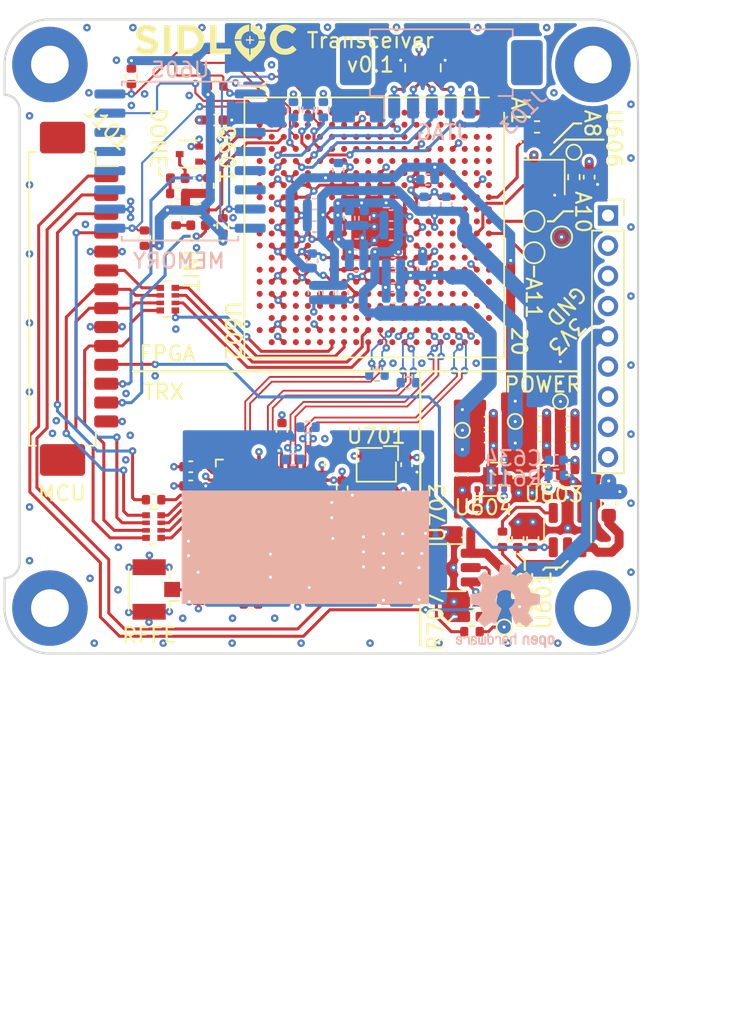
<source format=kicad_pcb>
(kicad_pcb (version 20211014) (generator pcbnew)

  (general
    (thickness 1.5954)
  )

  (paper "A4")
  (layers
    (0 "F.Cu" mixed)
    (1 "In1.Cu" power)
    (2 "In2.Cu" power)
    (31 "B.Cu" mixed)
    (32 "B.Adhes" user "B.Adhesive")
    (33 "F.Adhes" user "F.Adhesive")
    (34 "B.Paste" user)
    (35 "F.Paste" user)
    (36 "B.SilkS" user "B.Silkscreen")
    (37 "F.SilkS" user "F.Silkscreen")
    (38 "B.Mask" user)
    (39 "F.Mask" user)
    (41 "Cmts.User" user "User.Comments")
    (42 "Eco1.User" user "User.Eco1")
    (43 "Eco2.User" user "User.Eco2")
    (44 "Edge.Cuts" user)
    (45 "Margin" user)
    (46 "B.CrtYd" user "B.Courtyard")
    (47 "F.CrtYd" user "F.Courtyard")
    (48 "B.Fab" user)
    (49 "F.Fab" user)
  )

  (setup
    (stackup
      (layer "F.SilkS" (type "Top Silk Screen") (color "White"))
      (layer "F.Paste" (type "Top Solder Paste"))
      (layer "F.Mask" (type "Top Solder Mask") (color "Purple") (thickness 0.0127) (material "JLCPCB") (epsilon_r 3.8) (loss_tangent 0))
      (layer "F.Cu" (type "copper") (thickness 0.035))
      (layer "dielectric 1" (type "prepreg") (thickness 0.1) (material "JLC2313") (epsilon_r 4.05) (loss_tangent 0))
      (layer "In1.Cu" (type "copper") (thickness 0.0175))
      (layer "dielectric 2" (type "core") (thickness 1.265) (material "Core") (epsilon_r 4.6) (loss_tangent 0))
      (layer "In2.Cu" (type "copper") (thickness 0.0175))
      (layer "dielectric 3" (type "prepreg") (thickness 0.1) (material "JLC2313") (epsilon_r 4.05) (loss_tangent 0))
      (layer "B.Cu" (type "copper") (thickness 0.035))
      (layer "B.Mask" (type "Bottom Solder Mask") (color "Purple") (thickness 0.0127) (material "JLCPCB") (epsilon_r 3.8) (loss_tangent 0))
      (layer "B.Paste" (type "Bottom Solder Paste"))
      (layer "B.SilkS" (type "Bottom Silk Screen") (color "White"))
      (copper_finish "HAL SnPb")
      (dielectric_constraints no)
    )
    (pad_to_mask_clearance 0.05)
    (grid_origin 171.1452 89.472)
    (pcbplotparams
      (layerselection 0x00010fc_ffffffff)
      (disableapertmacros true)
      (usegerberextensions true)
      (usegerberattributes true)
      (usegerberadvancedattributes false)
      (creategerberjobfile false)
      (svguseinch false)
      (svgprecision 6)
      (excludeedgelayer true)
      (plotframeref false)
      (viasonmask false)
      (mode 1)
      (useauxorigin false)
      (hpglpennumber 1)
      (hpglpenspeed 20)
      (hpglpendiameter 15.000000)
      (dxfpolygonmode true)
      (dxfimperialunits true)
      (dxfusepcbnewfont true)
      (psnegative false)
      (psa4output false)
      (plotreference true)
      (plotvalue true)
      (plotinvisibletext false)
      (sketchpadsonfab false)
      (subtractmaskfromsilk false)
      (outputformat 1)
      (mirror false)
      (drillshape 0)
      (scaleselection 1)
      (outputdirectory "gerber/")
    )
  )

  (net 0 "")
  (net 1 "GND")
  (net 2 "3V3")
  (net 3 "unconnected-(PQ101-Pad1)")
  (net 4 "unconnected-(PQ101-Pad2)")
  (net 5 "unconnected-(PQ101-Pad3)")
  (net 6 "unconnected-(PQ101-Pad6)")
  (net 7 "unconnected-(PQ101-Pad7)")
  (net 8 "unconnected-(PQ101-Pad8)")
  (net 9 "Net-(C601-Pad1)")
  (net 10 "/fpga/FPGA_2V5")
  (net 11 "/fpga/FPGA_3V3")
  (net 12 "/fpga/FPGA_1V1")
  (net 13 "Net-(C701-Pad1)")
  (net 14 "Net-(C701-Pad2)")
  (net 15 "/transceiver/TRX_3V3")
  (net 16 "Net-(C704-Pad2)")
  (net 17 "Net-(C710-Pad1)")
  (net 18 "Net-(C711-Pad1)")
  (net 19 "/transceiver/RF09P")
  (net 20 "/transceiver/RF09CAP_P")
  (net 21 "/transceiver/RF09N")
  (net 22 "/transceiver/RF09CAP_N")
  (net 23 "/transceiver/RF_EN")
  (net 24 "/transceiver/RST")
  (net 25 "/transceiver/IRQ")
  (net 26 "/SPI_CS2")
  (net 27 "/SPI_CS1")
  (net 28 "/fpga/SPI_CLK")
  (net 29 "/fpga/SPI_MISO")
  (net 30 "/fpga/SPI_MOSI")
  (net 31 "/fpga/FPGA_EN")
  (net 32 "/fpga/FPGA_DONE")
  (net 33 "/fpga/FPGA_INIT")
  (net 34 "/transceiver/RFIO")
  (net 35 "/fpga/JTDO")
  (net 36 "/fpga/JTCK")
  (net 37 "/fpga/JTMS")
  (net 38 "/fpga/JTDI")
  (net 39 "/fpga/FPGA_1V1_PG")
  (net 40 "Net-(NT701-Pad1)")
  (net 41 "Net-(R602-Pad2)")
  (net 42 "/fpga/FPGA_3V3_FAULT")
  (net 43 "/fpga/RXCLOCKP")
  (net 44 "/fpga/RXCLOCKN")
  (net 45 "/fpga/RXDATAP")
  (net 46 "/fpga/RXDATAN")
  (net 47 "Net-(D601-Pad2)")
  (net 48 "Net-(D602-Pad2)")
  (net 49 "Net-(R616-Pad2)")
  (net 50 "Net-(R617-Pad2)")
  (net 51 "Net-(R618-Pad2)")
  (net 52 "Net-(R619-Pad1)")
  (net 53 "/fpga/~{CFG_CS}")
  (net 54 "/fpga/CFG_IO2")
  (net 55 "/fpga/CFG_IO3")
  (net 56 "/fpga/TXCLOCKN")
  (net 57 "/fpga/TXCLOCKP")
  (net 58 "/fpga/TXDATAN")
  (net 59 "/fpga/TXDATAP")
  (net 60 "Net-(R704-Pad2)")
  (net 61 "/transceiver/TRX_FAULT")
  (net 62 "Net-(R707-Pad2)")
  (net 63 "Net-(RN701-Pad5)")
  (net 64 "Net-(RN701-Pad6)")
  (net 65 "Net-(RN701-Pad7)")
  (net 66 "Net-(RN701-Pad8)")
  (net 67 "/fpga/FPGA_IO1")
  (net 68 "/fpga/FPGA_IO0")
  (net 69 "unconnected-(U602-PadB6)")
  (net 70 "unconnected-(U602-PadB8)")
  (net 71 "unconnected-(U602-PadB9)")
  (net 72 "unconnected-(U602-PadB10)")
  (net 73 "/fpga/FPGA_CLK_IN")
  (net 74 "unconnected-(U602-PadC6)")
  (net 75 "unconnected-(U602-PadC7)")
  (net 76 "unconnected-(U602-PadC8)")
  (net 77 "unconnected-(U602-PadC9)")
  (net 78 "unconnected-(U602-PadC10)")
  (net 79 "unconnected-(U602-PadC11)")
  (net 80 "unconnected-(U602-PadC18)")
  (net 81 "unconnected-(U602-PadD6)")
  (net 82 "unconnected-(U602-PadD7)")
  (net 83 "unconnected-(U602-PadD8)")
  (net 84 "unconnected-(U602-PadD9)")
  (net 85 "unconnected-(U602-PadD10)")
  (net 86 "unconnected-(U602-PadD17)")
  (net 87 "unconnected-(U602-PadD18)")
  (net 88 "unconnected-(U602-PadD20)")
  (net 89 "unconnected-(U602-PadE6)")
  (net 90 "unconnected-(U602-PadE7)")
  (net 91 "unconnected-(U602-PadE8)")
  (net 92 "unconnected-(U602-PadE9)")
  (net 93 "unconnected-(U602-PadE10)")
  (net 94 "unconnected-(U602-PadE16)")
  (net 95 "unconnected-(U602-PadE17)")
  (net 96 "unconnected-(U602-PadE18)")
  (net 97 "unconnected-(U602-PadE19)")
  (net 98 "unconnected-(U602-PadF16)")
  (net 99 "unconnected-(U602-PadF17)")
  (net 100 "unconnected-(U602-PadF18)")
  (net 101 "unconnected-(U602-PadF20)")
  (net 102 "unconnected-(U602-PadG16)")
  (net 103 "unconnected-(U602-PadG18)")
  (net 104 "unconnected-(U602-PadG20)")
  (net 105 "unconnected-(U602-PadH16)")
  (net 106 "unconnected-(U602-PadH17)")
  (net 107 "unconnected-(U602-PadH18)")
  (net 108 "unconnected-(U602-PadJ16)")
  (net 109 "unconnected-(U602-PadJ17)")
  (net 110 "unconnected-(U602-PadJ18)")
  (net 111 "unconnected-(U602-PadJ20)")
  (net 112 "unconnected-(U602-PadK16)")
  (net 113 "unconnected-(U602-PadK17)")
  (net 114 "unconnected-(U602-PadK18)")
  (net 115 "unconnected-(U602-PadK20)")
  (net 116 "unconnected-(U602-PadR1)")
  (net 117 "unconnected-(U602-PadR3)")
  (net 118 "unconnected-(U602-PadT1)")
  (net 119 "unconnected-(U602-PadT2)")
  (net 120 "unconnected-(U602-PadT3)")
  (net 121 "unconnected-(U602-PadU1)")
  (net 122 "unconnected-(U602-PadU2)")
  (net 123 "/fpga/CFG_CLK")
  (net 124 "unconnected-(U602-PadV1)")
  (net 125 "/fpga/CFG_IO1")
  (net 126 "/fpga/CFG_IO0")
  (net 127 "unconnected-(U602-PadW3)")
  (net 128 "unconnected-(U602-PadW4)")
  (net 129 "unconnected-(U602-PadW5)")
  (net 130 "unconnected-(U602-PadW8)")
  (net 131 "unconnected-(U602-PadW9)")
  (net 132 "unconnected-(U602-PadW10)")
  (net 133 "unconnected-(U602-PadW11)")
  (net 134 "unconnected-(U602-PadW13)")
  (net 135 "unconnected-(U602-PadW14)")
  (net 136 "unconnected-(U602-PadW17)")
  (net 137 "unconnected-(U602-PadW18)")
  (net 138 "unconnected-(U602-PadW20)")
  (net 139 "unconnected-(U602-PadY5)")
  (net 140 "unconnected-(U602-PadY6)")
  (net 141 "unconnected-(U602-PadY7)")
  (net 142 "unconnected-(U602-PadY8)")
  (net 143 "unconnected-(U602-PadY11)")
  (net 144 "unconnected-(U602-PadY12)")
  (net 145 "unconnected-(U602-PadY14)")
  (net 146 "unconnected-(U602-PadY15)")
  (net 147 "unconnected-(U602-PadY16)")
  (net 148 "unconnected-(U602-PadY17)")
  (net 149 "unconnected-(U602-PadY19)")
  (net 150 "unconnected-(U605-Pad3)")
  (net 151 "unconnected-(U605-Pad4)")
  (net 152 "unconnected-(U605-Pad5)")
  (net 153 "unconnected-(U605-Pad6)")
  (net 154 "unconnected-(U605-Pad11)")
  (net 155 "unconnected-(U605-Pad12)")
  (net 156 "unconnected-(U605-Pad13)")
  (net 157 "unconnected-(U605-Pad14)")
  (net 158 "unconnected-(U702-Pad1)")
  (net 159 "unconnected-(U702-Pad2)")
  (net 160 "unconnected-(U702-Pad4)")
  (net 161 "unconnected-(U702-Pad5)")
  (net 162 "unconnected-(U702-Pad11)")
  (net 163 "unconnected-(U702-Pad12)")
  (net 164 "unconnected-(U702-Pad22)")
  (net 165 "unconnected-(U702-Pad35)")
  (net 166 "unconnected-(U702-Pad36)")
  (net 167 "unconnected-(U702-Pad47)")
  (net 168 "Net-(D602-Pad1)")
  (net 169 "unconnected-(H103-Pad1)")
  (net 170 "unconnected-(H101-Pad1)")
  (net 171 "unconnected-(H102-Pad1)")
  (net 172 "unconnected-(H104-Pad1)")
  (net 173 "unconnected-(U602-PadA6)")
  (net 174 "unconnected-(U602-PadA7)")
  (net 175 "/fpga/FPGA_IO2")
  (net 176 "unconnected-(U602-PadA9)")
  (net 177 "unconnected-(U602-PadL16)")
  (net 178 "unconnected-(U602-PadL17)")
  (net 179 "unconnected-(U602-PadM20)")
  (net 180 "unconnected-(U602-PadL18)")
  (net 181 "unconnected-(U602-PadM17)")
  (net 182 "unconnected-(U602-PadM18)")
  (net 183 "unconnected-(U602-PadM19)")
  (net 184 "unconnected-(U602-PadN16)")
  (net 185 "unconnected-(U602-PadN17)")
  (net 186 "unconnected-(U602-PadN18)")
  (net 187 "unconnected-(U602-PadN19)")
  (net 188 "unconnected-(U602-PadP16)")
  (net 189 "unconnected-(U602-PadP17)")
  (net 190 "unconnected-(U602-PadP18)")
  (net 191 "unconnected-(U602-PadP19)")
  (net 192 "unconnected-(U602-PadR16)")
  (net 193 "unconnected-(U602-PadR17)")
  (net 194 "unconnected-(U602-PadR18)")
  (net 195 "unconnected-(U602-PadR20)")
  (net 196 "unconnected-(U602-PadT16)")
  (net 197 "unconnected-(U602-PadT17)")
  (net 198 "unconnected-(U602-PadT18)")
  (net 199 "unconnected-(U602-PadT19)")
  (net 200 "unconnected-(U602-PadT20)")
  (net 201 "unconnected-(U602-PadU16)")
  (net 202 "unconnected-(U602-PadU17)")
  (net 203 "unconnected-(U602-PadU18)")
  (net 204 "unconnected-(U602-PadU19)")
  (net 205 "unconnected-(U602-PadU20)")
  (net 206 "Net-(D603-Pad2)")
  (net 207 "/fpga/FPGA_MOSI")
  (net 208 "/fpga/FPGA_MISO")
  (net 209 "/fpga/FPGA_CLK")
  (net 210 "/fpga/FPGA_CS")
  (net 211 "Net-(C634-Pad1)")

  (footprint "MountingHole:MountingHole_2.5mm_Pad" (layer "F.Cu") (at 170.1452 79.472))

  (footprint "MountingHole:MountingHole_2.5mm_Pad" (layer "F.Cu") (at 134.1452 79.472))

  (footprint "Connector_PinSocket_2.00mm:PinSocket_1x09_P2.00mm_Vertical" (layer "F.Cu") (at 171.1452 89.472))

  (footprint "Resistor_SMD:R_0402_1005Metric" (layer "F.Cu") (at 142.5119 89.6093 90))

  (footprint "Resistor_SMD:R_0402_1005Metric" (layer "F.Cu") (at 145.1356 80.8868))

  (footprint "Capacitor_SMD:C_0402_1005Metric" (layer "F.Cu") (at 170.8912 111.2906 90))

  (footprint "Resistor_SMD:R_0402_1005Metric" (layer "F.Cu") (at 162.1282 116.0404))

  (footprint "Package_TO_SOT_SMD:SOT-23-6" (layer "F.Cu") (at 168.468 110.3055 -90))

  (footprint "lsf-kicad-lib:TestPoint_D0.8mm_Mask-Only" (layer "F.Cu") (at 164.2618 116.7262))

  (footprint "Inductor_SMD:L_0603_1608Metric" (layer "F.Cu") (at 164.2618 114.5927 90))

  (footprint "Capacitor_SMD:C_0402_1005Metric" (layer "F.Cu") (at 163.0654 104.148))

  (footprint "Package_BGA:Lattice_caBGA-381_17.0x17.0mm_Layout20x20_P0.8mm_Ball0.4mm_Pad0.4mm_NSMD" (layer "F.Cu") (at 155.6512 90.2594 -90))

  (footprint "Capacitor_SMD:C_0402_1005Metric" (layer "F.Cu") (at 163.0654 103.1574))

  (footprint "Resistor_SMD:R_0402_1005Metric" (layer "F.Cu") (at 164.1526 110.9151 -90))

  (footprint "Capacitor_SMD:C_0402_1005Metric" (layer "F.Cu") (at 154.9512 108.1604 90))

  (footprint "Connector_Molex:Molex_PicoBlade_53261-1471_1x14-1MP_P1.25mm_Horizontal" (layer "F.Cu") (at 135.4836 94.9838 -90))

  (footprint "lsf-kicad-lib:TestPoint_D0.8mm_Mask-Only" (layer "F.Cu") (at 161.4932 103.696))

  (footprint "Capacitor_SMD:C_0402_1005Metric" (layer "F.Cu") (at 161.4932 106.617 90))

  (footprint "Capacitor_SMD:C_0402_1005Metric" (layer "F.Cu") (at 153.8762 111.7418))

  (footprint "Inductor_SMD:L_0603_1608Metric" (layer "F.Cu") (at 171.196 108.5474 -90))

  (footprint "LED_SMD:LED_0402_1005Metric" (layer "F.Cu") (at 166.4462 84.5952))

  (footprint "lsf-kicad-lib:sidloc-logo-11x3" (layer "F.Cu") (at 145.1356 78.042))

  (footprint "Resistor_SMD:R_0402_1005Metric" (layer "F.Cu") (at 143.9692 89.1013))

  (footprint "Resistor_SMD:R_0402_1005Metric" (layer "F.Cu") (at 142.623 88.0087))

  (footprint "Connector_Coaxial:U.FL_Hirose_U.FL-R-SMT-1_Vertical" (layer "F.Cu") (at 141.1986 114.237 180))

  (footprint "lsf-kicad-lib:TestPoint_D0.8mm_Mask-Only" (layer "F.Cu") (at 164.9984 103.1118))

  (footprint "Package_DFN_QFN:QFN-48-1EP_7x7mm_P0.5mm_EP5.6x5.6mm" (layer "F.Cu")
    (tedit 5DC5F6A5) (tstamp 4f1ffdd6-1cf4-44d6-b761-e3e1aa4fb9b7)
    (at 148.7566 109.2444 90)
    (descr "QFN, 48 Pin (http://www.st.com/resource/en/datasheet/stm32f042k6.pdf#page=94), generated with kicad-footprint-generator ipc_noLead_generator.py")
    (tags "QFN NoLead")
    (property "Mnf." "Microchip")
    (property "PartNumber" "AT86RF215M")
    (property "Sheetfile" "sidloc-schematic/transceiver.kicad_sch")
    (property "Sheetname" "transceiver")
    (path "/7e10c94a-7591-4892-9351-18ebe562ea30/e17292b9-af59-4b7a-b9f7-adfce246933a")
    (attr smd)
    (fp_text reference "U702" (at -4.9164 3.4148 unlocked) (layer "F.SilkS")
      (effects (font (size 1 1) (thickness 0.15)))
      (tstamp 42bfb220-d2d7-4368-b169-8d098342f992)
    )
    (fp_text value "AT86RF215M" (at 0 4.82 90) (layer "F.Fab")
      (effects (font (size 1 1) (thickness 0.15)))
      (tstamp bbe25420-564f-40ca-9e31-f11405ee7897)
    )
    (fp_text user "${REFERENCE}" (at 0 0 90) (layer "F.Fab")
      (effects (font (size 1 1) (thickness 0.15)))
      (tstamp 18cdaae1-7751-4a1c-bfb4-8cb949c500ec)
    )
    (fp_line (start 3.135 3.61) (end 3.61 3.61) (layer "F.SilkS") (width 0.12) (tstamp 1408dadd-588a-431b-851d-1aa41fc8f6e8))
    (fp_line (start 3.61 -3.61) (end 3.61 -3.135) (layer "F.SilkS") (width 0.12) (tstamp 18aa95b8-98fa-4b5d-88af-01035b2a41b4))
    (fp_line (start -3.135 3.61) (end -3.61 3.61) (layer "F.SilkS") (width 0.12) (tstamp 352771f4-16d1-4c61-995b-b7e75a738800))
    (fp_line (start -3.61 3.61) (end -3.61 3.135) (layer "F.SilkS") (width 0.12) (tstamp 763567e5-b6fb-4bf1-9925-edba0615d38e))
    (fp_line (start 3.135 -3.61) (end 3.61 -3.61) (layer "F.SilkS") (width 0.12) (tstamp 9031e190-d810-4018-ab9c-9c13429a20b4))
    (fp_line (start 3.61 3.61) (end 3.61 3.135) (layer "F.SilkS") (width 0.12) (tstamp 97fc7ba2-9cbf-4f9a-8ece-2f1962c22059))
    (fp_line (start -3.135 -3.61) (end -3.61 -3.61) (layer "F.SilkS") (width 0.12) (tstamp d86cf2a3-34ee-4ca4-b702-7c002285876a))
    (fp_line (start 4.12 -4.12) (end -4.12 -4.12) (layer "F.CrtYd") (width 0.05) (tstamp 0a7ff25e-7388-466f-8084-69e2525983e2))
    (fp_line (start -4.12 -4.12) (end -4.12 4.12) (layer "F.CrtYd") (width 0.05) (tstamp 61a9bd79-933a-493e-90e1-80af34d6ab2b))
    (fp_line (start 4.12 4.12) (end 4.12 -4.12) (layer "F.CrtYd") (width 0.05) (tstamp be595991-1832-49e6-aea0-dda809cae1fc))
    (fp_line (start -4.12 4.12) (end 4.12 4.12) (layer "F.CrtYd") (width 0.05) (tstamp e6e9089c-291d-4832-b7c7-406e44e4d251))
    (fp_line (start -3.5 3.5) (end -3.5 -2.5) (layer "F.Fab") (width 0.1) (tstamp 0078798e-51ee-408f-a4b3-3b8b9d0f547c))
    (fp_line (start -2.5 -3.5) (end 3.5 -3.5) (layer "F.Fab") (width 0.1) (tstamp 539ac12e-e2a7-41ab-8116-a2f71d9e5381))
    (fp_line (start 3.5 3.5) (end -3.5 3.5) (layer "F.Fab") (width 0.1) (tstamp a36124b5-e1a4-460f-a336-2615a77d7b77))
    (fp_line (start 3.5 -3.5) (end 3.5 3.5) (layer "F.Fab") (width 0.1) (tstamp e2349dac-47f3-4657-9fa1-3394f716994e))
    (fp_line (start -3.5 -2.5) (end -2.5 -3.5) (layer "F.Fab") (width 0.1) (tstamp edb5293e-fef4-4a28-abec-8d44a423a6cf))
    (pad "" smd roundrect (at -2.1 0.7 90) (size 1.13 1.13) (layers "F.Paste") (roundrect_rratio 0.2212389381) (tstamp 12ce1dcd-ef97-4626-84a5-8b9c70139ece))
    (pad "" smd roundrect (at 0.7 0.7 90) (size 1.13 1.13) (layers "F.Paste") (roundrect_rratio 0.2212389381) (tstamp 29221cac-772b-4ed1-b629-66f265d42b25))
    (pad "" smd roundrect (at -2.1 -0.7 90) (size 1.13 1.13) (layers "F.Paste") (roundrect_rratio 0.2212389381) (tstamp 39162e34-78ea-474a-9c38-95810f19a56c))
    (pad "" smd roundrect (at 2.1 0.7 90) (size 1.13 1.13) (layers "F.Paste") (roundrect_rratio 0.2212389381) (tstamp 3a69013e-eb7c-4fb3-acd3-98c92cfbea09))
    (pad "" smd roundrect (at 2.1 -0.7 90) (size 1.13 1.13) (layers "F.Paste") (roundrect_rratio 0.2212389381) (tstamp 3aac6352-d4dc-4255-a777-a3dfbe214848))
    (pad "" smd roundrect (at -2.1 2.1 90) (size 1.13 1.13) (layers "F.Paste") (roundrect_rratio 0.2212389381) (tstamp 5302931d-2c61-4fb7-bb6d-3b70add1e639))
    (pad "" smd roundrect (at 2.1 2.1 90) (size 1.13 1.13) (layers "F.Paste") (roundrect_rratio 0.2212389381) (tstamp 55f3c4fc-f5b7-4460-b97d-889a255a519f))
    (pad "" smd roundrect (at 2.1 -2.1 90) (size 1.13 1.13) (layers "F.Paste") (roundrect_rratio 0.2212389381) (tstamp 68a01604-6f7c-4031-a93f-c09852597e85))
    (pad "" smd roundrect (at -0.7 -2.1 90) (size 1.13 1.13) (layers "F.Paste") (roundrect_rratio 0.2212389381) (tstamp 72ad3f4c-cadd-42e7-af10-550ca539828e))
    (pad "" smd roundrect (at -2.1 -2.1 90) (size 1.13 1.13) (layers "F.Paste") (roundrect_rratio 0.2212389381) (tstamp 7872c98e-495e-4c6d-9d1a-ded2c3694f28))
    (pad "" smd roundrect (at -0.7 -0.7 90) (size 1.13 1.13) (layers "F.Paste") (roundrect_rratio 0.2212389381) (tstamp b402b60c-ffab-4a5b-8290-364301f0a705))
    (pad "" smd roundrect (at -0.7 2.1 90) (size 1.13 1.13) (layers "F.Paste") (roundrect_rratio 0.2212389381) (tstamp b5acc38e-e111-4f72-8d9c-6b1bbb91e21d))
    (pad "" smd roundrect (at 0.7 -0.7 90) (size 1.13 1.13) (layers "F.Paste") (roundrect_rratio 0.2212389381) (tstamp dd194b64-3745-490d-a3fa-e45e8737d1f9))
    (pad "" smd roundrect (at -0.7 0.7 90) (size 1.13 1.13) (layers "F.Paste") (roundrect_rratio 0.2212389381) (tstamp edbb1515-c0c4-4f30-981b-ed49434b6af7))
    (pad "" smd roundrect (at 0.7 2.1 90) (size 1.13 1.13) (layers "F.Paste") (roundrect_rratio 0.2212389381) (tstamp fa96f04e-008e-4034-8755-f4bf3063ad16))
    (pad "" smd roundrect (at 0.7 -2.1 90) (size 1.13 1.13) (layers "F.Paste") (roundrect_rratio 0.2212389381) (tstamp fba519e8-95d7-4d23-be4c-1c016d3daa66))
    (pad "1" smd roundrect (at -3.4375 -2.75 90) (size 0.875 0.25) (layers "F.Cu" "F.Paste" "F.Mask") (roundrect_rratio 0.25)
      (net 158 "unconnected-(U702-Pad1)") (pinfunction "FEA24") (pintype "no_connect") (tstamp b8d336c3-ae8a-4993-8b42-e1663056b861))
    (pad "2" smd roundrect (at -3.4375 -2.25 90) (size 0.875 0.25) (layers "F.Cu" "F.Paste" "F.Mask") (roundrect_rratio 0.25)
      (net 159 "unconnected-(U702-Pad2)") (pinfunction "FEB24") (pintype "no_connect") (tstamp e8bb182b-c28f-4af8-a563-98c1554dde33))
    (pad "3" smd roundrect (
... [1176813 chars truncated]
</source>
